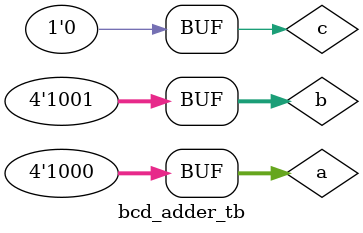
<source format=v>
module bcd_adder(a,b,c,sum,carry);

input [3:0] a,b;
input c;

output reg [3:0] sum;
output reg carry;


reg [4:0] sum_temp;

always@(a,b,c)
	begin
		
		sum_temp = a+b+c;

		if(sum_temp>9)
			begin
				sum_temp = sum_temp + 6;
				carry = 1;
				sum = sum_temp[3:0];
			end
		else
			begin
				carry = 0;
				sum = sum_temp[3:0];
			end


	end


endmodule



module bcd_adder_tb;

reg [3:0] a,b;
reg c;

wire [3:0] sum;
wire carry;

bcd_adder dut (a,b,c,sum,carry);

initial
begin
	
{a,b,c} = 0;

end


initial
	begin

	a = 2; b = 3; c = 1; #10;
	a = 7; b = 5; c = 2; #10;
	a = 3; b = 4; c = 1; #10;
	a = 6; b = 5; c = 2; #10;
	a = 7; b = 1; c = 1; #10;
	a = 8; b = 9; c = 2; #10;

	end


endmodule





</source>
